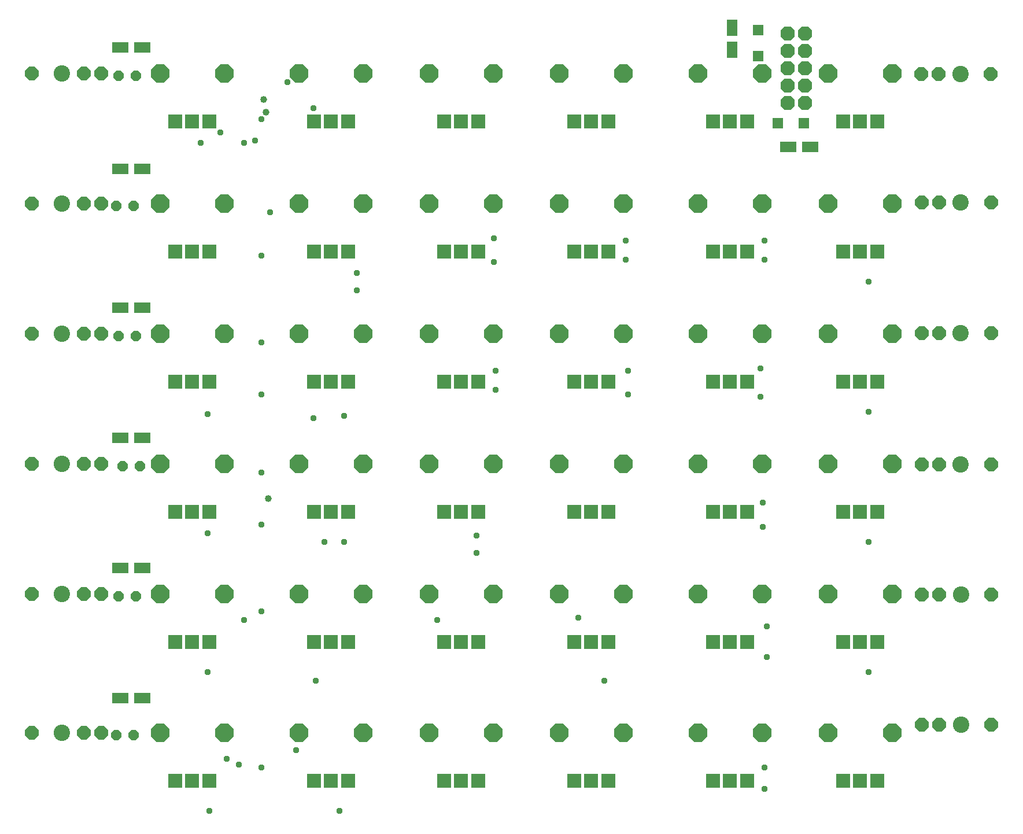
<source format=gbs>
G75*
%MOIN*%
%OFA0B0*%
%FSLAX25Y25*%
%IPPOS*%
%LPD*%
%AMOC8*
5,1,8,0,0,1.08239X$1,22.5*
%
%ADD10OC8,0.07800*%
%ADD11C,0.09461*%
%ADD12R,0.09461X0.06312*%
%ADD13OC8,0.06000*%
%ADD14R,0.08200X0.08200*%
%ADD15OC8,0.10800*%
%ADD16R,0.06312X0.06312*%
%ADD17OC8,0.08200*%
%ADD18R,0.06312X0.09461*%
%ADD19C,0.03975*%
%ADD20C,0.03778*%
D10*
X0024100Y0066082D03*
X0054100Y0066082D03*
X0064100Y0066082D03*
X0064100Y0146082D03*
X0054100Y0146082D03*
X0024100Y0146082D03*
X0024100Y0221082D03*
X0054100Y0221082D03*
X0064100Y0221082D03*
X0064100Y0296082D03*
X0054100Y0296082D03*
X0024100Y0296082D03*
X0024100Y0371082D03*
X0054100Y0371082D03*
X0064100Y0371082D03*
X0064100Y0446082D03*
X0054100Y0446082D03*
X0024100Y0446082D03*
X0536948Y0445713D03*
X0546948Y0445713D03*
X0576948Y0445713D03*
X0577104Y0371865D03*
X0547104Y0371865D03*
X0537104Y0371865D03*
X0537104Y0296315D03*
X0547104Y0296315D03*
X0577104Y0296315D03*
X0577104Y0220638D03*
X0547104Y0220638D03*
X0537104Y0220638D03*
X0537231Y0145850D03*
X0547231Y0145850D03*
X0577231Y0145850D03*
X0577231Y0070681D03*
X0547231Y0070681D03*
X0537231Y0070681D03*
D11*
X0559731Y0070681D03*
X0559731Y0145850D03*
X0559604Y0220638D03*
X0559604Y0296315D03*
X0559604Y0371865D03*
X0559448Y0445713D03*
X0041600Y0446082D03*
X0041600Y0371082D03*
X0041600Y0296082D03*
X0041600Y0221082D03*
X0041600Y0146082D03*
X0041600Y0066082D03*
D12*
X0075301Y0086082D03*
X0087899Y0086082D03*
X0087899Y0161082D03*
X0075301Y0161082D03*
X0075301Y0236082D03*
X0087899Y0236082D03*
X0087899Y0311082D03*
X0075301Y0311082D03*
X0075301Y0391082D03*
X0087899Y0391082D03*
X0087899Y0461082D03*
X0075301Y0461082D03*
X0460301Y0403582D03*
X0472899Y0403582D03*
D13*
X0072850Y0064832D03*
X0082850Y0064832D03*
X0084100Y0144832D03*
X0074100Y0144832D03*
X0076600Y0219832D03*
X0086600Y0219832D03*
X0084100Y0294832D03*
X0074100Y0294832D03*
X0072850Y0369832D03*
X0082850Y0369832D03*
X0084100Y0444832D03*
X0074100Y0444832D03*
D14*
X0106757Y0418523D03*
X0116600Y0418523D03*
X0126443Y0418523D03*
X0186757Y0418523D03*
X0196600Y0418523D03*
X0206443Y0418523D03*
X0261757Y0418523D03*
X0271600Y0418523D03*
X0281443Y0418523D03*
X0336757Y0418523D03*
X0346600Y0418523D03*
X0356443Y0418523D03*
X0416757Y0418523D03*
X0426600Y0418523D03*
X0436443Y0418523D03*
X0491757Y0418523D03*
X0501600Y0418523D03*
X0511443Y0418523D03*
X0511443Y0343523D03*
X0501600Y0343523D03*
X0491757Y0343523D03*
X0436443Y0343523D03*
X0426600Y0343523D03*
X0416757Y0343523D03*
X0356443Y0343523D03*
X0346600Y0343523D03*
X0336757Y0343523D03*
X0281443Y0343523D03*
X0271600Y0343523D03*
X0261757Y0343523D03*
X0206443Y0343523D03*
X0196600Y0343523D03*
X0186757Y0343523D03*
X0126443Y0343523D03*
X0116600Y0343523D03*
X0106757Y0343523D03*
X0106757Y0268523D03*
X0116600Y0268523D03*
X0126443Y0268523D03*
X0186757Y0268523D03*
X0196600Y0268523D03*
X0206443Y0268523D03*
X0261757Y0268523D03*
X0271600Y0268523D03*
X0281443Y0268523D03*
X0336757Y0268523D03*
X0346600Y0268523D03*
X0356443Y0268523D03*
X0416757Y0268523D03*
X0426600Y0268523D03*
X0436443Y0268523D03*
X0491757Y0268523D03*
X0501600Y0268523D03*
X0511443Y0268523D03*
X0511443Y0193523D03*
X0501600Y0193523D03*
X0491757Y0193523D03*
X0436443Y0193523D03*
X0426600Y0193523D03*
X0416757Y0193523D03*
X0356443Y0193523D03*
X0346600Y0193523D03*
X0336757Y0193523D03*
X0281443Y0193523D03*
X0271600Y0193523D03*
X0261757Y0193523D03*
X0206443Y0193523D03*
X0196600Y0193523D03*
X0186757Y0193523D03*
X0126443Y0193523D03*
X0116600Y0193523D03*
X0106757Y0193523D03*
X0106757Y0118523D03*
X0116600Y0118523D03*
X0126443Y0118523D03*
X0186757Y0118523D03*
X0196600Y0118523D03*
X0206443Y0118523D03*
X0261757Y0118523D03*
X0271600Y0118523D03*
X0281443Y0118523D03*
X0336757Y0118523D03*
X0346600Y0118523D03*
X0356443Y0118523D03*
X0416757Y0118523D03*
X0426600Y0118523D03*
X0436443Y0118523D03*
X0491757Y0118523D03*
X0501600Y0118523D03*
X0511443Y0118523D03*
X0511443Y0038523D03*
X0501600Y0038523D03*
X0491757Y0038523D03*
X0436443Y0038523D03*
X0426600Y0038523D03*
X0416757Y0038523D03*
X0356443Y0038523D03*
X0346600Y0038523D03*
X0336757Y0038523D03*
X0281443Y0038523D03*
X0271600Y0038523D03*
X0261757Y0038523D03*
X0206443Y0038523D03*
X0196600Y0038523D03*
X0186757Y0038523D03*
X0126443Y0038523D03*
X0116600Y0038523D03*
X0106757Y0038523D03*
D15*
X0098096Y0066082D03*
X0135104Y0066082D03*
X0178096Y0066082D03*
X0215104Y0066082D03*
X0253096Y0066082D03*
X0290104Y0066082D03*
X0328096Y0066082D03*
X0365104Y0066082D03*
X0408096Y0066082D03*
X0445104Y0066082D03*
X0483096Y0066082D03*
X0520104Y0066082D03*
X0520104Y0146082D03*
X0483096Y0146082D03*
X0445104Y0146082D03*
X0408096Y0146082D03*
X0365104Y0146082D03*
X0328096Y0146082D03*
X0290104Y0146082D03*
X0253096Y0146082D03*
X0215104Y0146082D03*
X0178096Y0146082D03*
X0135104Y0146082D03*
X0098096Y0146082D03*
X0098096Y0221082D03*
X0135104Y0221082D03*
X0178096Y0221082D03*
X0215104Y0221082D03*
X0253096Y0221082D03*
X0290104Y0221082D03*
X0328096Y0221082D03*
X0365104Y0221082D03*
X0408096Y0221082D03*
X0445104Y0221082D03*
X0483096Y0221082D03*
X0520104Y0221082D03*
X0520104Y0296082D03*
X0483096Y0296082D03*
X0445104Y0296082D03*
X0408096Y0296082D03*
X0365104Y0296082D03*
X0328096Y0296082D03*
X0290104Y0296082D03*
X0253096Y0296082D03*
X0215104Y0296082D03*
X0178096Y0296082D03*
X0135104Y0296082D03*
X0098096Y0296082D03*
X0098096Y0371082D03*
X0135104Y0371082D03*
X0178096Y0371082D03*
X0215104Y0371082D03*
X0253096Y0371082D03*
X0290104Y0371082D03*
X0328096Y0371082D03*
X0365104Y0371082D03*
X0408096Y0371082D03*
X0445104Y0371082D03*
X0483096Y0371082D03*
X0520104Y0371082D03*
X0520104Y0446082D03*
X0483096Y0446082D03*
X0445104Y0446082D03*
X0408096Y0446082D03*
X0365104Y0446082D03*
X0328096Y0446082D03*
X0290104Y0446082D03*
X0253096Y0446082D03*
X0215104Y0446082D03*
X0178096Y0446082D03*
X0135104Y0446082D03*
X0098096Y0446082D03*
D16*
X0442850Y0456102D03*
X0442850Y0471063D03*
X0454120Y0417332D03*
X0469080Y0417332D03*
D17*
X0469739Y0429184D03*
X0459739Y0429184D03*
X0459739Y0439184D03*
X0469739Y0439184D03*
X0469739Y0449184D03*
X0459739Y0449184D03*
X0459739Y0459184D03*
X0469739Y0459184D03*
X0469739Y0469184D03*
X0459739Y0469184D03*
D18*
X0427850Y0472382D03*
X0427850Y0459783D03*
D19*
X0159100Y0423582D03*
X0157850Y0431082D03*
X0160350Y0201082D03*
D20*
X0156600Y0186082D03*
X0156600Y0216082D03*
X0186600Y0247332D03*
X0204100Y0248582D03*
X0156600Y0261082D03*
X0156600Y0291082D03*
X0125350Y0249832D03*
X0125350Y0181082D03*
X0156600Y0136082D03*
X0146600Y0131082D03*
X0125350Y0101082D03*
X0176600Y0056082D03*
X0156600Y0046082D03*
X0143360Y0047842D03*
X0136600Y0051082D03*
X0126600Y0021082D03*
X0201600Y0021082D03*
X0187850Y0096082D03*
X0257850Y0131082D03*
X0280350Y0169832D03*
X0280350Y0179832D03*
X0339100Y0132332D03*
X0354100Y0096082D03*
X0447850Y0109832D03*
X0447850Y0127332D03*
X0506600Y0101082D03*
X0446600Y0046082D03*
X0446600Y0033582D03*
X0506600Y0176082D03*
X0445350Y0184832D03*
X0445350Y0198582D03*
X0506600Y0251082D03*
X0444100Y0259832D03*
X0444100Y0276082D03*
X0506600Y0326082D03*
X0446600Y0338582D03*
X0446600Y0349832D03*
X0366600Y0349832D03*
X0366600Y0338582D03*
X0367850Y0274832D03*
X0367850Y0261082D03*
X0291600Y0263582D03*
X0291600Y0274832D03*
X0290350Y0337332D03*
X0290350Y0351082D03*
X0211600Y0331082D03*
X0211600Y0321082D03*
X0156600Y0341082D03*
X0161600Y0366082D03*
X0152850Y0407332D03*
X0146600Y0406082D03*
X0132759Y0411940D03*
X0121600Y0406082D03*
X0156600Y0419832D03*
X0171600Y0441082D03*
X0186600Y0426082D03*
X0192850Y0176082D03*
X0204100Y0176082D03*
M02*

</source>
